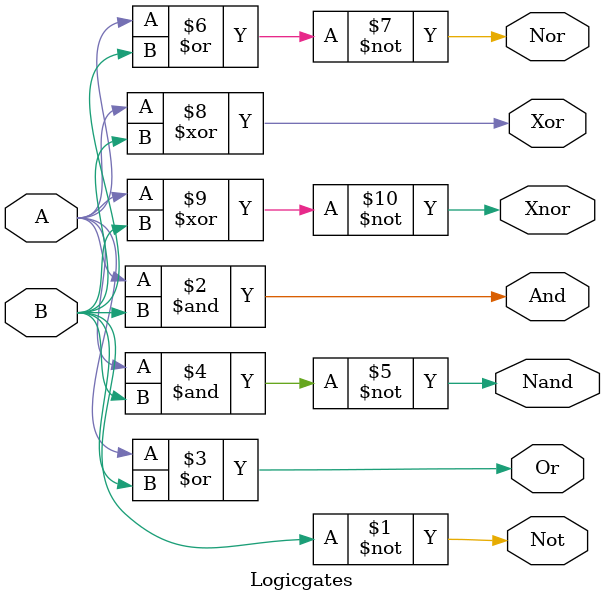
<source format=v>
module Logicgates(A,B,And,Or,Not,Nand,Nor,Xor,Xnor);
input A,B;
output And,Or,Not,Nand,Nor,Xor,Xnor;

assign Not = ~B;
assign And = A&B;
assign Or = A|B;
assign Nand = ~(A&B);
assign Nor = ~(A|B);
assign Xor = A^B;
assign Xnor = ~(A^B);

endmodule
</source>
